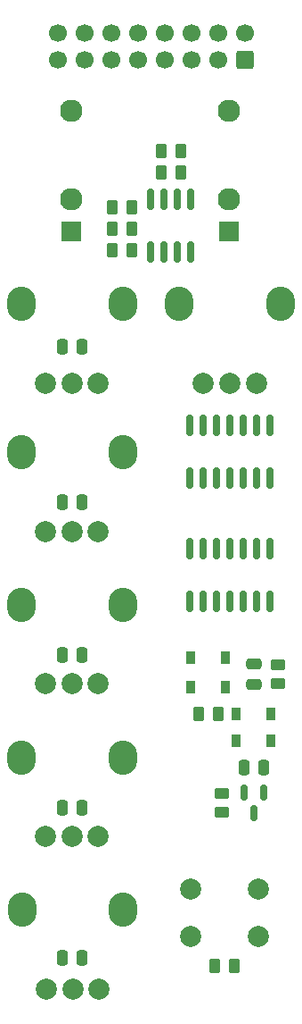
<source format=gbr>
%TF.GenerationSoftware,KiCad,Pcbnew,(6.0.0-0)*%
%TF.CreationDate,2022-12-14T00:02:15-05:00*%
%TF.ProjectId,ht-hat-cymbal-cowbell,68742d68-6174-42d6-9379-6d62616c2d63,rev?*%
%TF.SameCoordinates,Original*%
%TF.FileFunction,Soldermask,Bot*%
%TF.FilePolarity,Negative*%
%FSLAX46Y46*%
G04 Gerber Fmt 4.6, Leading zero omitted, Abs format (unit mm)*
G04 Created by KiCad (PCBNEW (6.0.0-0)) date 2022-12-14 00:02:15*
%MOMM*%
%LPD*%
G01*
G04 APERTURE LIST*
G04 Aperture macros list*
%AMRoundRect*
0 Rectangle with rounded corners*
0 $1 Rounding radius*
0 $2 $3 $4 $5 $6 $7 $8 $9 X,Y pos of 4 corners*
0 Add a 4 corners polygon primitive as box body*
4,1,4,$2,$3,$4,$5,$6,$7,$8,$9,$2,$3,0*
0 Add four circle primitives for the rounded corners*
1,1,$1+$1,$2,$3*
1,1,$1+$1,$4,$5*
1,1,$1+$1,$6,$7*
1,1,$1+$1,$8,$9*
0 Add four rect primitives between the rounded corners*
20,1,$1+$1,$2,$3,$4,$5,0*
20,1,$1+$1,$4,$5,$6,$7,0*
20,1,$1+$1,$6,$7,$8,$9,0*
20,1,$1+$1,$8,$9,$2,$3,0*%
G04 Aperture macros list end*
%ADD10RoundRect,0.250000X-0.262500X-0.450000X0.262500X-0.450000X0.262500X0.450000X-0.262500X0.450000X0*%
%ADD11RoundRect,0.250000X-0.450000X0.262500X-0.450000X-0.262500X0.450000X-0.262500X0.450000X0.262500X0*%
%ADD12O,2.720000X3.240000*%
%ADD13C,2.000000*%
%ADD14RoundRect,0.250000X0.262500X0.450000X-0.262500X0.450000X-0.262500X-0.450000X0.262500X-0.450000X0*%
%ADD15R,0.900000X1.200000*%
%ADD16R,1.930000X1.830000*%
%ADD17C,2.130000*%
%ADD18RoundRect,0.250000X-0.250000X-0.475000X0.250000X-0.475000X0.250000X0.475000X-0.250000X0.475000X0*%
%ADD19RoundRect,0.250000X0.250000X0.475000X-0.250000X0.475000X-0.250000X-0.475000X0.250000X-0.475000X0*%
%ADD20RoundRect,0.150000X-0.150000X0.587500X-0.150000X-0.587500X0.150000X-0.587500X0.150000X0.587500X0*%
%ADD21RoundRect,0.250000X0.475000X-0.250000X0.475000X0.250000X-0.475000X0.250000X-0.475000X-0.250000X0*%
%ADD22RoundRect,0.150000X-0.150000X0.825000X-0.150000X-0.825000X0.150000X-0.825000X0.150000X0.825000X0*%
%ADD23RoundRect,0.250000X0.600000X-0.600000X0.600000X0.600000X-0.600000X0.600000X-0.600000X-0.600000X0*%
%ADD24C,1.700000*%
G04 APERTURE END LIST*
D10*
%TO.C,R8*%
X63246000Y-61468000D03*
X65071000Y-61468000D03*
%TD*%
D11*
%TO.C,R9*%
X73660000Y-112879500D03*
X73660000Y-114704500D03*
%TD*%
D12*
%TO.C,RV3*%
X64226000Y-80589250D03*
X54626000Y-80589250D03*
D13*
X56926000Y-88089250D03*
X59426000Y-88089250D03*
X61926000Y-88089250D03*
%TD*%
%TO.C,RV6*%
X61996000Y-131438000D03*
X59496000Y-131438000D03*
X56996000Y-131438000D03*
D12*
X64296000Y-123938000D03*
X54696000Y-123938000D03*
%TD*%
D14*
%TO.C,R7*%
X65071000Y-59436000D03*
X63246000Y-59436000D03*
%TD*%
D15*
%TO.C,D1*%
X78358000Y-107950000D03*
X75058000Y-107950000D03*
%TD*%
D12*
%TO.C,RV1*%
X79226000Y-66534000D03*
X69626000Y-66534000D03*
D13*
X71926000Y-74034000D03*
X74426000Y-74034000D03*
X76926000Y-74034000D03*
%TD*%
D16*
%TO.C,J1*%
X59366000Y-59660000D03*
D17*
X59366000Y-56560000D03*
X59366000Y-48260000D03*
%TD*%
D12*
%TO.C,RV2*%
X64226000Y-66534000D03*
X54626000Y-66534000D03*
D13*
X56926000Y-74034000D03*
X59426000Y-74034000D03*
X61926000Y-74034000D03*
%TD*%
D14*
%TO.C,R2*%
X69746500Y-54102000D03*
X67921500Y-54102000D03*
%TD*%
D18*
%TO.C,C7*%
X77658000Y-110490000D03*
X75758000Y-110490000D03*
%TD*%
D10*
%TO.C,R4*%
X63246000Y-57404000D03*
X65071000Y-57404000D03*
%TD*%
D14*
%TO.C,R5*%
X73302500Y-105410000D03*
X71477500Y-105410000D03*
%TD*%
D13*
%TO.C,SW1*%
X77164000Y-121956000D03*
X70664000Y-121956000D03*
X70664000Y-126456000D03*
X77164000Y-126456000D03*
%TD*%
D15*
%TO.C,D3*%
X74040000Y-100076000D03*
X70740000Y-100076000D03*
%TD*%
D11*
%TO.C,R6*%
X78994000Y-100687500D03*
X78994000Y-102512500D03*
%TD*%
D19*
%TO.C,C5*%
X60386000Y-128524000D03*
X58486000Y-128524000D03*
%TD*%
%TO.C,C1*%
X60386000Y-70612000D03*
X58486000Y-70612000D03*
%TD*%
%TO.C,C2*%
X60386000Y-85344000D03*
X58486000Y-85344000D03*
%TD*%
D12*
%TO.C,RV4*%
X64236000Y-94999000D03*
X54636000Y-94999000D03*
D13*
X56936000Y-102499000D03*
X59436000Y-102499000D03*
X61936000Y-102499000D03*
%TD*%
D19*
%TO.C,C3*%
X60386000Y-99822000D03*
X58486000Y-99822000D03*
%TD*%
D12*
%TO.C,RV5*%
X54636000Y-109477000D03*
X64236000Y-109477000D03*
D13*
X56936000Y-116977000D03*
X59436000Y-116977000D03*
X61936000Y-116977000D03*
%TD*%
D16*
%TO.C,J2*%
X74366000Y-59660000D03*
D17*
X74366000Y-56560000D03*
X74366000Y-48260000D03*
%TD*%
D15*
%TO.C,D2*%
X75058000Y-105410000D03*
X78358000Y-105410000D03*
%TD*%
D19*
%TO.C,C4*%
X60386000Y-114300000D03*
X58486000Y-114300000D03*
%TD*%
D15*
%TO.C,D4*%
X74040000Y-102870000D03*
X70740000Y-102870000D03*
%TD*%
D20*
%TO.C,Q1*%
X75758000Y-112854500D03*
X77658000Y-112854500D03*
X76708000Y-114729500D03*
%TD*%
D14*
%TO.C,R3*%
X69746500Y-52070000D03*
X67921500Y-52070000D03*
%TD*%
D21*
%TO.C,C8*%
X76708000Y-102550000D03*
X76708000Y-100650000D03*
%TD*%
D22*
%TO.C,U2*%
X66905500Y-61592000D03*
X68175500Y-61592000D03*
X69445500Y-61592000D03*
X70715500Y-61592000D03*
X70715500Y-56642000D03*
X69445500Y-56642000D03*
X68175500Y-56642000D03*
X66905500Y-56642000D03*
%TD*%
%TO.C,U5*%
X70612000Y-89727000D03*
X71882000Y-89727000D03*
X73152000Y-89727000D03*
X74422000Y-89727000D03*
X75692000Y-89727000D03*
X76962000Y-89727000D03*
X78232000Y-89727000D03*
X78232000Y-94677000D03*
X76962000Y-94677000D03*
X75692000Y-94677000D03*
X74422000Y-94677000D03*
X73152000Y-94677000D03*
X71882000Y-94677000D03*
X70612000Y-94677000D03*
%TD*%
D23*
%TO.C,U1*%
X75848000Y-43434000D03*
D24*
X75848000Y-40894000D03*
X73320000Y-40894000D03*
X73308000Y-43434000D03*
X70780000Y-40894000D03*
X70768000Y-43434000D03*
X68240000Y-40894000D03*
X68228000Y-43434000D03*
X65700000Y-40894000D03*
X65688000Y-43434000D03*
X63148000Y-43434000D03*
X63160000Y-40894000D03*
X60620000Y-40894000D03*
X60608000Y-43434000D03*
X58080000Y-40894000D03*
X58068000Y-43434000D03*
%TD*%
D22*
%TO.C,U4*%
X70612000Y-78043000D03*
X71882000Y-78043000D03*
X73152000Y-78043000D03*
X74422000Y-78043000D03*
X75692000Y-78043000D03*
X76962000Y-78043000D03*
X78232000Y-78043000D03*
X78232000Y-82993000D03*
X76962000Y-82993000D03*
X75692000Y-82993000D03*
X74422000Y-82993000D03*
X73152000Y-82993000D03*
X71882000Y-82993000D03*
X70612000Y-82993000D03*
%TD*%
D14*
%TO.C,R1*%
X74826500Y-129286000D03*
X73001500Y-129286000D03*
%TD*%
M02*

</source>
